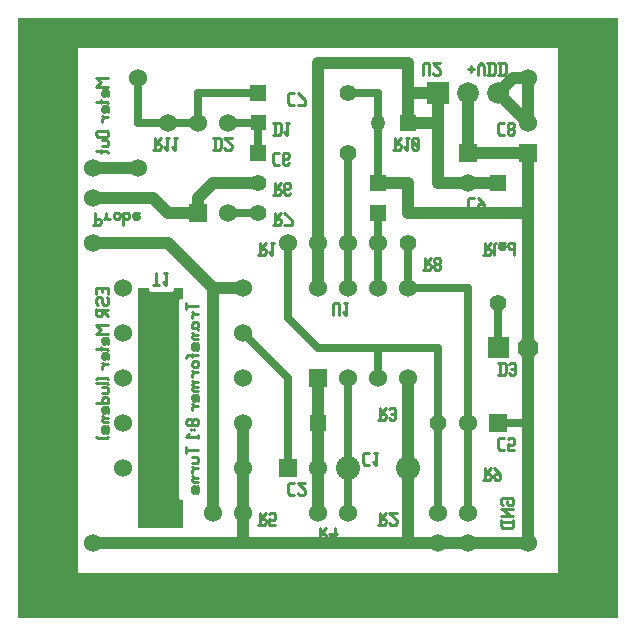
<source format=gbr>
G04 start of page 3 for group 1 idx 1 *
G04 Title: (unknown), solder *
G04 Creator: pcb 20100929 *
G04 CreationDate: Thu Oct 25 17:22:37 2012 UTC *
G04 For: blc *
G04 Format: Gerber/RS-274X *
G04 PCB-Dimensions: 200000 200000 *
G04 PCB-Coordinate-Origin: lower left *
%MOIN*%
%FSLAX25Y25*%
%LNBACK*%
%ADD11C,0.0550*%
%ADD12C,0.0600*%
%ADD13C,0.0200*%
%ADD14C,0.0500*%
%ADD15C,0.0800*%
%ADD16C,0.0700*%
%ADD17C,0.0720*%
%ADD18C,0.0300*%
%ADD19C,0.0350*%
%ADD20C,0.0280*%
%ADD21C,0.0420*%
%ADD22C,0.0400*%
%ADD23C,0.0250*%
%ADD24C,0.0100*%
G54D13*G36*
X20000Y200000D02*Y0D01*
X0D01*
Y200000D01*
X20000D01*
G37*
G36*
X15000Y0D02*Y15000D01*
X200000D01*
Y0D01*
X15000D01*
G37*
G36*
X180000Y15000D02*Y200000D01*
X200000D01*
Y15000D01*
X180000D01*
G37*
G36*
X185000Y190000D02*X15000D01*
Y200000D01*
X185000D01*
Y190000D01*
G37*
G36*
X40000Y110000D02*X43611D01*
X43612Y109443D01*
X43649Y109290D01*
X43709Y109145D01*
X43791Y109011D01*
X43893Y108892D01*
X44012Y108790D01*
X44146Y108708D01*
X44291Y108648D01*
X44444Y108611D01*
X44600Y108599D01*
X51059Y108611D01*
X51212Y108648D01*
X51357Y108708D01*
X51491Y108790D01*
X51610Y108892D01*
X51712Y109011D01*
X51794Y109145D01*
X51854Y109290D01*
X51891Y109443D01*
X51903Y109599D01*
X51902Y110000D01*
X55000D01*
Y106389D01*
X54444Y106388D01*
X54291Y106351D01*
X54146Y106291D01*
X54012Y106209D01*
X53893Y106107D01*
X53791Y105988D01*
X53709Y105854D01*
X53649Y105709D01*
X53612Y105556D01*
X53600Y105400D01*
X53612Y40124D01*
X53649Y39971D01*
X53709Y39826D01*
X53791Y39692D01*
X53893Y39573D01*
X54012Y39471D01*
X54146Y39389D01*
X54291Y39329D01*
X54444Y39292D01*
X54600Y39280D01*
X55000Y39281D01*
Y30000D01*
X40000D01*
Y110000D01*
G37*
G54D22*X170000Y25000D02*Y155000D01*
G54D23*X160000Y105000D02*Y90000D01*
X130000Y110000D02*Y125000D01*
X150000Y110000D02*X130000D01*
G54D22*X170000Y155000D02*X150000D01*
X25000Y25000D02*X170000D01*
G54D23*X110000Y80000D02*Y35000D01*
X120000Y80000D02*Y90000D01*
G54D22*X130000Y135000D02*X170000D01*
G54D23*X110000Y110000D02*Y155000D01*
X120000Y110000D02*Y135000D01*
G54D22*Y145000D02*X130000D01*
G54D23*X140000Y90000D02*X100000D01*
G54D22*X130000Y80000D02*Y25000D01*
G54D23*X160000Y65000D02*X170000D01*
X150000Y35000D02*Y110000D01*
X140000Y90000D02*Y35000D01*
G54D22*X60000Y135000D02*X50000D01*
X65000Y35000D02*Y110000D01*
X80000Y145000D02*X65000D01*
X60000Y140000D01*
X40000Y150000D02*X25000D01*
X75000Y65000D02*Y25000D01*
X100000Y80000D02*Y35000D01*
G54D23*X90000Y50000D02*Y80000D01*
G54D22*X140000Y145000D02*Y175000D01*
X130000Y165000D02*X140000D01*
X130000D02*Y185000D01*
X140000Y175000D02*X130000D01*
X100000Y110000D02*Y185000D01*
G54D23*X60000Y175000D02*Y165000D01*
G54D22*X65000Y110000D02*X50000Y125000D01*
G54D23*X80000Y165000D02*X70000D01*
X80000D02*Y155000D01*
Y175000D02*X60000D01*
X120000Y145000D02*Y175000D01*
X110000D01*
G54D22*X130000Y185000D02*X100000D01*
G54D23*X40000Y165000D02*Y180000D01*
X60000Y165000D02*X40000D01*
X90000Y100000D02*X100000Y90000D01*
G54D22*X75000Y110000D02*X65000D01*
G54D23*X90000Y125000D02*Y100000D01*
Y80000D02*X75000Y95000D01*
X70000Y135000D02*X80000D01*
G54D22*X50000Y125000D02*X25000D01*
X60000Y140000D02*Y135000D01*
X50000D02*X45000Y140000D01*
X25000D01*
X130000Y145000D02*Y135000D01*
X160000Y145000D02*X140000D01*
X160000Y175000D02*X170000Y165000D01*
X150000Y155000D02*Y175000D01*
X165000Y180000D02*X160000Y175000D01*
X170000Y180000D02*X165000D01*
X170000D02*Y165000D01*
G54D24*X105000Y101000D02*Y104500D01*
X105500Y105000D01*
X106500D01*
X107000Y104500D01*
Y101000D02*Y104500D01*
X108701Y105000D02*X109701D01*
X109201Y101000D02*Y105000D01*
X108201Y102000D02*X109201Y101000D01*
X160500Y81000D02*Y85000D01*
X162000Y81000D02*X162500Y81500D01*
Y84500D01*
X162000Y85000D02*X162500Y84500D01*
X160000Y85000D02*X162000D01*
X160000Y81000D02*X162000D01*
X163701Y81500D02*X164201Y81000D01*
X165201D01*
X165701Y81500D01*
Y84500D01*
X165201Y85000D02*X165701Y84500D01*
X164201Y85000D02*X165201D01*
X163701Y84500D02*X164201Y85000D01*
Y83000D02*X165701D01*
X161000Y38000D02*X161500Y37500D01*
X161000Y38000D02*Y39500D01*
X161500Y40000D02*X161000Y39500D01*
X161500Y40000D02*X164500D01*
X165000Y39500D01*
Y38000D02*Y39500D01*
Y38000D02*X164500Y37500D01*
X163500D02*X164500D01*
X163000Y38000D02*X163500Y37500D01*
X163000Y38000D02*Y39000D01*
X161000Y36299D02*X165000D01*
X161000D02*X161500D01*
X164000Y33799D01*
X161000D02*X165000D01*
X161000Y32098D02*X165000D01*
X161000Y30598D02*X161500Y30098D01*
X164500D01*
X165000Y30598D02*X164500Y30098D01*
X165000Y30598D02*Y32598D01*
X161000Y30598D02*Y32598D01*
X160500Y60000D02*X162000D01*
X160000Y59500D02*X160500Y60000D01*
X160000Y56500D02*Y59500D01*
Y56500D02*X160500Y56000D01*
X162000D01*
X163201D02*X165201D01*
X163201D02*Y58000D01*
X163701Y57500D01*
X164701D01*
X165201Y58000D01*
Y59500D01*
X164701Y60000D02*X165201Y59500D01*
X163701Y60000D02*X164701D01*
X163201Y59500D02*X163701Y60000D01*
X155000Y46000D02*X157000D01*
X157500Y46500D01*
Y47500D01*
X157000Y48000D02*X157500Y47500D01*
X155500Y48000D02*X157000D01*
X155500Y46000D02*Y50000D01*
Y48000D02*X157500Y50000D01*
X158701D02*X160701Y48000D01*
Y46500D02*Y48000D01*
X160201Y46000D02*X160701Y46500D01*
X159201Y46000D02*X160201D01*
X158701Y46500D02*X159201Y46000D01*
X158701Y46500D02*Y47500D01*
X159201Y48000D01*
X160701D01*
X85000Y131000D02*X87000D01*
X87500Y131500D01*
Y132500D01*
X87000Y133000D02*X87500Y132500D01*
X85500Y133000D02*X87000D01*
X85500Y131000D02*Y135000D01*
Y133000D02*X87500Y135000D01*
X88701D02*X91201Y132500D01*
Y131000D02*Y132500D01*
X88701Y131000D02*X91201D01*
X85000Y141000D02*X87000D01*
X87500Y141500D01*
Y142500D01*
X87000Y143000D02*X87500Y142500D01*
X85500Y143000D02*X87000D01*
X85500Y141000D02*Y145000D01*
Y143000D02*X87500Y145000D01*
X90201Y141000D02*X90701Y141500D01*
X89201Y141000D02*X90201D01*
X88701Y141500D02*X89201Y141000D01*
X88701Y141500D02*Y144500D01*
X89201Y145000D01*
X90201Y143000D02*X90701Y143500D01*
X88701Y143000D02*X90201D01*
X89201Y145000D02*X90201D01*
X90701Y144500D01*
Y143500D02*Y144500D01*
X65500Y156000D02*Y160000D01*
X67000Y156000D02*X67500Y156500D01*
Y159500D01*
X67000Y160000D02*X67500Y159500D01*
X65000Y160000D02*X67000D01*
X65000Y156000D02*X67000D01*
X68701Y156500D02*X69201Y156000D01*
X70701D01*
X71201Y156500D01*
Y157500D01*
X68701Y160000D02*X71201Y157500D01*
X68701Y160000D02*X71201D01*
X85500Y155000D02*X87000D01*
X85000Y154500D02*X85500Y155000D01*
X85000Y151500D02*Y154500D01*
Y151500D02*X85500Y151000D01*
X87000D01*
X89701D02*X90201Y151500D01*
X88701Y151000D02*X89701D01*
X88201Y151500D02*X88701Y151000D01*
X88201Y151500D02*Y154500D01*
X88701Y155000D01*
X89701Y153000D02*X90201Y153500D01*
X88201Y153000D02*X89701D01*
X88701Y155000D02*X89701D01*
X90201Y154500D01*
Y153500D02*Y154500D01*
X80000Y121000D02*X82000D01*
X82500Y121500D01*
Y122500D01*
X82000Y123000D02*X82500Y122500D01*
X80500Y123000D02*X82000D01*
X80500Y121000D02*Y125000D01*
Y123000D02*X82500Y125000D01*
X84201D02*X85201D01*
X84701Y121000D02*Y125000D01*
X83701Y122000D02*X84701Y121000D01*
X45000Y156000D02*X47000D01*
X47500Y156500D01*
Y157500D01*
X47000Y158000D02*X47500Y157500D01*
X45500Y158000D02*X47000D01*
X45500Y156000D02*Y160000D01*
Y158000D02*X47500Y160000D01*
X49201D02*X50201D01*
X49701Y156000D02*Y160000D01*
X48701Y157000D02*X49701Y156000D01*
X51902Y160000D02*X52902D01*
X52402Y156000D02*Y160000D01*
X51402Y157000D02*X52402Y156000D01*
X45000Y111000D02*X47000D01*
X46000D02*Y115000D01*
X48701D02*X49701D01*
X49201Y111000D02*Y115000D01*
X48201Y112000D02*X49201Y111000D01*
X28000Y108500D02*Y110000D01*
X30000Y108000D02*Y110000D01*
X26000D02*X30000D01*
X26000Y108000D02*Y110000D01*
Y104799D02*X26500Y104299D01*
X26000Y104799D02*Y106299D01*
X26500Y106799D02*X26000Y106299D01*
X26500Y106799D02*X27500D01*
X28000Y106299D01*
Y104799D02*Y106299D01*
Y104799D02*X28500Y104299D01*
X29500D01*
X30000Y104799D02*X29500Y104299D01*
X30000Y104799D02*Y106299D01*
X29500Y106799D02*X30000Y106299D01*
X26000Y101098D02*Y103098D01*
Y101098D02*X26500Y100598D01*
X27500D01*
X28000Y101098D02*X27500Y100598D01*
X28000Y101098D02*Y102598D01*
X26000D02*X30000D01*
X28000D02*X30000Y100598D01*
X26000Y97597D02*X30000D01*
X26000D02*X27500Y96097D01*
X26000Y94597D01*
X30000D01*
Y91396D02*Y92896D01*
X29500Y93396D02*X30000Y92896D01*
X28500Y93396D02*X29500D01*
X28500D02*X28000Y92896D01*
Y91896D02*Y92896D01*
Y91896D02*X28500Y91396D01*
X29000D02*Y93396D01*
X28500Y91396D02*X29000D01*
X26000Y89695D02*X29500D01*
X30000Y89195D01*
X27500D02*Y90195D01*
X30000Y86194D02*Y87694D01*
X29500Y88194D02*X30000Y87694D01*
X28500Y88194D02*X29500D01*
X28500D02*X28000Y87694D01*
Y86694D02*Y87694D01*
Y86694D02*X28500Y86194D01*
X29000D02*Y88194D01*
X28500Y86194D02*X29000D01*
X28500Y84493D02*X30000D01*
X28500D02*X28000Y83993D01*
Y82993D02*Y83993D01*
Y84993D02*X28500Y84493D01*
X29500Y79992D02*X30000Y79492D01*
X26500Y79992D02*X26000Y79492D01*
X26500Y79992D02*X29500D01*
X26000Y78291D02*X29500D01*
X30000Y77791D01*
X28000Y76790D02*X29500D01*
X30000Y76290D01*
Y75290D02*Y76290D01*
Y75290D02*X29500Y74790D01*
X28000D02*X29500D01*
X26000Y71589D02*X30000D01*
Y72089D02*X29500Y71589D01*
X30000Y72089D02*Y73089D01*
X29500Y73589D02*X30000Y73089D01*
X28500Y73589D02*X29500D01*
X28500D02*X28000Y73089D01*
Y72089D02*Y73089D01*
Y72089D02*X28500Y71589D01*
X30000Y68388D02*Y69888D01*
X29500Y70388D02*X30000Y69888D01*
X28500Y70388D02*X29500D01*
X28500D02*X28000Y69888D01*
Y68888D02*Y69888D01*
Y68888D02*X28500Y68388D01*
X29000D02*Y70388D01*
X28500Y68388D02*X29000D01*
X28500Y66687D02*X30000D01*
X28500D02*X28000Y66187D01*
Y65687D02*Y66187D01*
Y65687D02*X28500Y65187D01*
X30000D01*
X28000Y67187D02*X28500Y66687D01*
X30000Y61986D02*Y63486D01*
Y61986D02*X29500Y61486D01*
X29000Y61986D02*X29500Y61486D01*
X29000Y61986D02*Y63486D01*
X28500Y63986D02*X29000Y63486D01*
X28500Y63986D02*X28000Y63486D01*
Y61986D02*Y63486D01*
Y61986D02*X28500Y61486D01*
X29500Y63986D02*X30000Y63486D01*
X26000Y60285D02*X26500Y59785D01*
X29500D01*
X30000Y60285D02*X29500Y59785D01*
X25500Y131000D02*Y135000D01*
X25000Y131000D02*X27000D01*
X27500Y131500D01*
Y132500D01*
X27000Y133000D02*X27500Y132500D01*
X25500Y133000D02*X27000D01*
X29201Y133500D02*Y135000D01*
Y133500D02*X29701Y133000D01*
X30701D01*
X28701D02*X29201Y133500D01*
X31902D02*Y134500D01*
Y133500D02*X32402Y133000D01*
X33402D01*
X33902Y133500D01*
Y134500D01*
X33402Y135000D02*X33902Y134500D01*
X32402Y135000D02*X33402D01*
X31902Y134500D02*X32402Y135000D01*
X35103Y131000D02*Y135000D01*
Y134500D02*X35603Y135000D01*
X36603D01*
X37103Y134500D01*
Y133500D02*Y134500D01*
X36603Y133000D02*X37103Y133500D01*
X35603Y133000D02*X36603D01*
X35103Y133500D02*X35603Y133000D01*
X38804Y135000D02*X40304D01*
X38304Y134500D02*X38804Y135000D01*
X38304Y133500D02*Y134500D01*
Y133500D02*X38804Y133000D01*
X39804D01*
X40304Y133500D01*
X38304Y134000D02*X40304D01*
Y133500D02*Y134000D01*
X56000Y103000D02*Y105000D01*
Y104000D02*X60000D01*
X58500Y101299D02*X60000D01*
X58500D02*X58000Y100799D01*
Y99799D02*Y100799D01*
Y101799D02*X58500Y101299D01*
X58000Y97098D02*X58500Y96598D01*
X58000Y97098D02*Y98098D01*
X58500Y98598D02*X58000Y98098D01*
X58500Y98598D02*X59500D01*
X60000Y98098D01*
X58000Y96598D02*X59500D01*
X60000Y96098D01*
Y97098D02*Y98098D01*
Y97098D02*X59500Y96598D01*
X58500Y94397D02*X60000D01*
X58500D02*X58000Y93897D01*
Y93397D02*Y93897D01*
Y93397D02*X58500Y92897D01*
X60000D01*
X58000Y94897D02*X58500Y94397D01*
X60000Y89696D02*Y91196D01*
Y89696D02*X59500Y89196D01*
X59000Y89696D02*X59500Y89196D01*
X59000Y89696D02*Y91196D01*
X58500Y91696D02*X59000Y91196D01*
X58500Y91696D02*X58000Y91196D01*
Y89696D02*Y91196D01*
Y89696D02*X58500Y89196D01*
X59500Y91696D02*X60000Y91196D01*
X56500Y87495D02*X60000D01*
X56500D02*X56000Y86995D01*
Y86495D02*Y86995D01*
X58000D02*Y87995D01*
X58500Y85494D02*X59500D01*
X58500D02*X58000Y84994D01*
Y83994D02*Y84994D01*
Y83994D02*X58500Y83494D01*
X59500D01*
X60000Y83994D02*X59500Y83494D01*
X60000Y83994D02*Y84994D01*
X59500Y85494D02*X60000Y84994D01*
X58500Y81793D02*X60000D01*
X58500D02*X58000Y81293D01*
Y80293D02*Y81293D01*
Y82293D02*X58500Y81793D01*
Y78592D02*X60000D01*
X58500D02*X58000Y78092D01*
Y77592D02*Y78092D01*
Y77592D02*X58500Y77092D01*
X60000D01*
X58500D02*X58000Y76592D01*
Y76092D02*Y76592D01*
Y76092D02*X58500Y75592D01*
X60000D01*
X58000Y79092D02*X58500Y78592D01*
X60000Y72391D02*Y73891D01*
X59500Y74391D02*X60000Y73891D01*
X58500Y74391D02*X59500D01*
X58500D02*X58000Y73891D01*
Y72891D02*Y73891D01*
Y72891D02*X58500Y72391D01*
X59000D02*Y74391D01*
X58500Y72391D02*X59000D01*
X58500Y70690D02*X60000D01*
X58500D02*X58000Y70190D01*
Y69190D02*Y70190D01*
Y71190D02*X58500Y70690D01*
X59500Y66189D02*X60000Y65689D01*
X58500Y66189D02*X59500D01*
X58500D02*X58000Y65689D01*
Y64689D02*Y65689D01*
Y64689D02*X58500Y64189D01*
X59500D01*
X60000Y64689D02*X59500Y64189D01*
X60000Y64689D02*Y65689D01*
X57500Y66189D02*X58000Y65689D01*
X56500Y66189D02*X57500D01*
X56500D02*X56000Y65689D01*
Y64689D02*Y65689D01*
Y64689D02*X56500Y64189D01*
X57500D01*
X58000Y64689D02*X57500Y64189D01*
Y62488D02*Y62988D01*
X58500Y62488D02*Y62988D01*
X60000Y59787D02*Y60787D01*
X56000Y60287D02*X60000D01*
X57000Y61287D02*X56000Y60287D01*
Y54786D02*Y56786D01*
Y55786D02*X60000D01*
X58000Y53585D02*X59500D01*
X60000Y53085D01*
Y52085D02*Y53085D01*
Y52085D02*X59500Y51585D01*
X58000D02*X59500D01*
X58500Y49884D02*X60000D01*
X58500D02*X58000Y49384D01*
Y48384D02*Y49384D01*
Y50384D02*X58500Y49884D01*
Y46683D02*X60000D01*
X58500D02*X58000Y46183D01*
Y45683D02*Y46183D01*
Y45683D02*X58500Y45183D01*
X60000D01*
X58000Y47183D02*X58500Y46683D01*
X60000Y41982D02*Y43482D01*
Y41982D02*X59500Y41482D01*
X59000Y41982D02*X59500Y41482D01*
X59000Y41982D02*Y43482D01*
X58500Y43982D02*X59000Y43482D01*
X58500Y43982D02*X58000Y43482D01*
Y41982D02*Y43482D01*
Y41982D02*X58500Y41482D01*
X59500Y43982D02*X60000Y43482D01*
X135000Y116000D02*X137000D01*
X137500Y116500D01*
Y117500D01*
X137000Y118000D02*X137500Y117500D01*
X135500Y118000D02*X137000D01*
X135500Y116000D02*Y120000D01*
Y118000D02*X137500Y120000D01*
X138701Y119500D02*X139201Y120000D01*
X138701Y118500D02*Y119500D01*
Y118500D02*X139201Y118000D01*
X140201D01*
X140701Y118500D01*
Y119500D01*
X140201Y120000D02*X140701Y119500D01*
X139201Y120000D02*X140201D01*
X138701Y117500D02*X139201Y118000D01*
X138701Y116500D02*Y117500D01*
Y116500D02*X139201Y116000D01*
X140201D01*
X140701Y116500D01*
Y117500D01*
X140201Y118000D02*X140701Y117500D01*
X125000Y156000D02*X127000D01*
X127500Y156500D01*
Y157500D01*
X127000Y158000D02*X127500Y157500D01*
X125500Y158000D02*X127000D01*
X125500Y156000D02*Y160000D01*
Y158000D02*X127500Y160000D01*
X129201D02*X130201D01*
X129701Y156000D02*Y160000D01*
X128701Y157000D02*X129701Y156000D01*
X131402Y159500D02*X131902Y160000D01*
X131402Y156500D02*Y159500D01*
Y156500D02*X131902Y156000D01*
X132902D01*
X133402Y156500D01*
Y159500D01*
X132902Y160000D02*X133402Y159500D01*
X131902Y160000D02*X132902D01*
X131402Y159000D02*X133402Y157000D01*
X150500Y140000D02*X152000D01*
X150000Y139500D02*X150500Y140000D01*
X150000Y136500D02*Y139500D01*
Y136500D02*X150500Y136000D01*
X152000D01*
X153201Y140000D02*X155201Y138000D01*
Y136500D02*Y138000D01*
X154701Y136000D02*X155201Y136500D01*
X153701Y136000D02*X154701D01*
X153201Y136500D02*X153701Y136000D01*
X153201Y136500D02*Y137500D01*
X153701Y138000D01*
X155201D01*
X155000Y121000D02*X157000D01*
X157500Y121500D01*
Y122500D01*
X157000Y123000D02*X157500Y122500D01*
X155500Y123000D02*X157000D01*
X155500Y121000D02*Y125000D01*
Y123000D02*X157500Y125000D01*
X158701Y121000D02*Y124500D01*
X159201Y125000D01*
X160702D02*X162202D01*
X160202Y124500D02*X160702Y125000D01*
X160202Y123500D02*Y124500D01*
Y123500D02*X160702Y123000D01*
X161702D01*
X162202Y123500D01*
X160202Y124000D02*X162202D01*
Y123500D02*Y124000D01*
X165403Y121000D02*Y125000D01*
X164903D02*X165403Y124500D01*
X163903Y125000D02*X164903D01*
X163403Y124500D02*X163903Y125000D01*
X163403Y123500D02*Y124500D01*
Y123500D02*X163903Y123000D01*
X164903D01*
X165403Y123500D01*
X120000Y31000D02*X122000D01*
X122500Y31500D01*
Y32500D01*
X122000Y33000D02*X122500Y32500D01*
X120500Y33000D02*X122000D01*
X120500Y31000D02*Y35000D01*
Y33000D02*X122500Y35000D01*
X123701Y31500D02*X124201Y31000D01*
X125701D01*
X126201Y31500D01*
Y32500D01*
X123701Y35000D02*X126201Y32500D01*
X123701Y35000D02*X126201D01*
X120000Y66000D02*X122000D01*
X122500Y66500D01*
Y67500D01*
X122000Y68000D02*X122500Y67500D01*
X120500Y68000D02*X122000D01*
X120500Y66000D02*Y70000D01*
Y68000D02*X122500Y70000D01*
X123701Y66500D02*X124201Y66000D01*
X125201D01*
X125701Y66500D01*
Y69500D01*
X125201Y70000D02*X125701Y69500D01*
X124201Y70000D02*X125201D01*
X123701Y69500D02*X124201Y70000D01*
Y68000D02*X125701D01*
X90500Y45000D02*X92000D01*
X90000Y44500D02*X90500Y45000D01*
X90000Y41500D02*Y44500D01*
Y41500D02*X90500Y41000D01*
X92000D01*
X93201Y41500D02*X93701Y41000D01*
X95201D01*
X95701Y41500D01*
Y42500D01*
X93201Y45000D02*X95701Y42500D01*
X93201Y45000D02*X95701D01*
X115500Y55000D02*X117000D01*
X115000Y54500D02*X115500Y55000D01*
X115000Y51500D02*Y54500D01*
Y51500D02*X115500Y51000D01*
X117000D01*
X118701Y55000D02*X119701D01*
X119201Y51000D02*Y55000D01*
X118201Y52000D02*X119201Y51000D01*
X100000Y26000D02*X102000D01*
X102500Y26500D01*
Y27500D01*
X102000Y28000D02*X102500Y27500D01*
X100500Y28000D02*X102000D01*
X100500Y26000D02*Y30000D01*
Y28000D02*X102500Y30000D01*
X103701Y28000D02*X105701Y26000D01*
X103701Y28000D02*X106201D01*
X105701Y26000D02*Y30000D01*
X80000Y31000D02*X82000D01*
X82500Y31500D01*
Y32500D01*
X82000Y33000D02*X82500Y32500D01*
X80500Y33000D02*X82000D01*
X80500Y31000D02*Y35000D01*
Y33000D02*X82500Y35000D01*
X83701Y31000D02*X85701D01*
X83701D02*Y33000D01*
X84201Y32500D01*
X85201D01*
X85701Y33000D01*
Y34500D01*
X85201Y35000D02*X85701Y34500D01*
X84201Y35000D02*X85201D01*
X83701Y34500D02*X84201Y35000D01*
X150000Y183000D02*X152000D01*
X151000Y182000D02*Y184000D01*
X153201Y181000D02*Y184000D01*
X154201Y185000D01*
X155201Y184000D01*
Y181000D02*Y184000D01*
X156902Y181000D02*Y185000D01*
X158402Y181000D02*X158902Y181500D01*
Y184500D01*
X158402Y185000D02*X158902Y184500D01*
X156402Y185000D02*X158402D01*
X156402Y181000D02*X158402D01*
X160603D02*Y185000D01*
X162103Y181000D02*X162603Y181500D01*
Y184500D01*
X162103Y185000D02*X162603Y184500D01*
X160103Y185000D02*X162103D01*
X160103Y181000D02*X162103D01*
X90500Y175000D02*X92000D01*
X90000Y174500D02*X90500Y175000D01*
X90000Y171500D02*Y174500D01*
Y171500D02*X90500Y171000D01*
X92000D01*
X93201Y175000D02*X95701Y172500D01*
Y171000D02*Y172500D01*
X93201Y171000D02*X95701D01*
X85500Y161000D02*Y165000D01*
X87000Y161000D02*X87500Y161500D01*
Y164500D01*
X87000Y165000D02*X87500Y164500D01*
X85000Y165000D02*X87000D01*
X85000Y161000D02*X87000D01*
X89201Y165000D02*X90201D01*
X89701Y161000D02*Y165000D01*
X88701Y162000D02*X89701Y161000D01*
X135000Y181000D02*Y184500D01*
X135500Y185000D01*
X136500D01*
X137000Y184500D01*
Y181000D02*Y184500D01*
X138201Y181500D02*X138701Y181000D01*
X140201D01*
X140701Y181500D01*
Y182500D01*
X138201Y185000D02*X140701Y182500D01*
X138201Y185000D02*X140701D01*
X26000Y180000D02*X30000D01*
X26000D02*X27500Y178500D01*
X26000Y177000D01*
X30000D01*
Y173799D02*Y175299D01*
X29500Y175799D02*X30000Y175299D01*
X28500Y175799D02*X29500D01*
X28500D02*X28000Y175299D01*
Y174299D02*Y175299D01*
Y174299D02*X28500Y173799D01*
X29000D02*Y175799D01*
X28500Y173799D02*X29000D01*
X26000Y172098D02*X29500D01*
X30000Y171598D01*
X27500D02*Y172598D01*
X30000Y168597D02*Y170097D01*
X29500Y170597D02*X30000Y170097D01*
X28500Y170597D02*X29500D01*
X28500D02*X28000Y170097D01*
Y169097D02*Y170097D01*
Y169097D02*X28500Y168597D01*
X29000D02*Y170597D01*
X28500Y168597D02*X29000D01*
X28500Y166896D02*X30000D01*
X28500D02*X28000Y166396D01*
Y165396D02*Y166396D01*
Y167396D02*X28500Y166896D01*
X26500Y162395D02*X29500D01*
X26500D02*X26000Y161895D01*
Y160895D02*Y161895D01*
Y160895D02*X26500Y160395D01*
X29500D01*
X30000Y160895D02*X29500Y160395D01*
X30000Y160895D02*Y161895D01*
X29500Y162395D02*X30000Y161895D01*
X28000Y159194D02*X29500D01*
X30000Y158694D01*
Y157694D02*Y158694D01*
Y157694D02*X29500Y157194D01*
X28000D02*X29500D01*
X26000Y155493D02*X29500D01*
X30000Y154993D01*
X27500D02*Y155993D01*
X160500Y165000D02*X162000D01*
X160000Y164500D02*X160500Y165000D01*
X160000Y161500D02*Y164500D01*
Y161500D02*X160500Y161000D01*
X162000D01*
X163201Y164500D02*X163701Y165000D01*
X163201Y163500D02*Y164500D01*
Y163500D02*X163701Y163000D01*
X164701D01*
X165201Y163500D01*
Y164500D01*
X164701Y165000D02*X165201Y164500D01*
X163701Y165000D02*X164701D01*
X163201Y162500D02*X163701Y163000D01*
X163201Y161500D02*Y162500D01*
Y161500D02*X163701Y161000D01*
X164701D01*
X165201Y161500D01*
Y162500D01*
X164701Y163000D02*X165201Y162500D01*
G54D11*X80000Y135000D03*
Y145000D03*
G54D12*X40000Y150000D03*
Y180000D03*
X50000Y165000D03*
X60000D03*
X70000D03*
G54D13*G36*
X57000Y138000D02*Y132000D01*
X63000D01*
Y138000D01*
X57000D01*
G37*
G54D12*X35000Y110000D03*
Y95000D03*
Y80000D03*
Y65000D03*
Y50000D03*
X70000Y135000D03*
G54D13*G36*
X77250Y157750D02*Y152250D01*
X82750D01*
Y157750D01*
X77250D01*
G37*
G36*
X77500Y167500D02*Y162500D01*
X82500D01*
Y167500D01*
X77500D01*
G37*
G36*
X77250Y177750D02*Y172250D01*
X82750D01*
Y177750D01*
X77250D01*
G37*
G36*
X117250Y137750D02*Y132250D01*
X122750D01*
Y137750D01*
X117250D01*
G37*
G36*
Y147750D02*Y142250D01*
X122750D01*
Y147750D01*
X117250D01*
G37*
G54D11*X110000Y155000D03*
G54D12*Y110000D03*
X100000D03*
G54D13*G36*
X127250Y167750D02*Y162250D01*
X132750D01*
Y167750D01*
X127250D01*
G37*
G54D14*X120000Y165000D03*
G54D11*X110000Y175000D03*
X130000Y125000D03*
G54D12*X90000D03*
X100000D03*
X120000D03*
X110000D03*
X75000Y110000D03*
Y95000D03*
G54D13*G36*
X97000Y83000D02*Y77000D01*
X103000D01*
Y83000D01*
X97000D01*
G37*
G54D12*X110000Y80000D03*
X120000D03*
G54D13*G36*
X97250Y67750D02*Y62250D01*
X102750D01*
Y67750D01*
X97250D01*
G37*
G54D12*X75000Y80000D03*
Y65000D03*
X130000Y80000D03*
G54D11*X140000Y65000D03*
G54D15*X130000Y50000D03*
X110000D03*
G54D12*Y35000D03*
X100000D03*
G54D13*G36*
X87000Y53000D02*Y47000D01*
X93000D01*
Y53000D01*
X87000D01*
G37*
G54D12*X100000Y50000D03*
X150000Y25000D03*
X140000Y35000D03*
Y25000D03*
X150000Y35000D03*
G54D13*G36*
X157000Y68000D02*Y62000D01*
X163000D01*
Y68000D01*
X157000D01*
G37*
G54D12*X150000Y65000D03*
X75000Y35000D03*
X65000D03*
X75000Y50000D03*
X130000Y110000D03*
G54D11*X160000Y105000D03*
G54D13*G36*
X156500Y93500D02*Y86500D01*
X163500D01*
Y93500D01*
X156500D01*
G37*
G54D16*X170000Y90000D03*
G54D12*X120000Y110000D03*
G54D13*G36*
X157250Y147750D02*Y142250D01*
X162750D01*
Y147750D01*
X157250D01*
G37*
G36*
X147000Y158000D02*Y152000D01*
X153000D01*
Y158000D01*
X147000D01*
G37*
G54D12*X150000Y145000D03*
G54D13*G36*
X167000Y158000D02*Y152000D01*
X173000D01*
Y158000D01*
X167000D01*
G37*
G54D12*X170000Y165000D03*
G54D13*G36*
X136400Y178600D02*Y171400D01*
X143600D01*
Y178600D01*
X136400D01*
G37*
G54D17*X150000Y175000D03*
X160000D03*
G54D12*X25000Y25000D03*
Y140000D03*
X170000Y180000D03*
X25000Y125000D03*
Y150000D03*
X170000Y25000D03*
G54D18*G54D19*G54D18*G54D19*G54D18*G54D13*G54D18*G54D20*G54D18*G54D13*G54D18*G54D19*G54D20*G54D18*G54D19*G54D20*G54D18*G54D19*G54D18*G54D19*G54D18*G54D19*G54D20*G54D18*G54D20*G54D18*G54D21*G54D19*M02*

</source>
